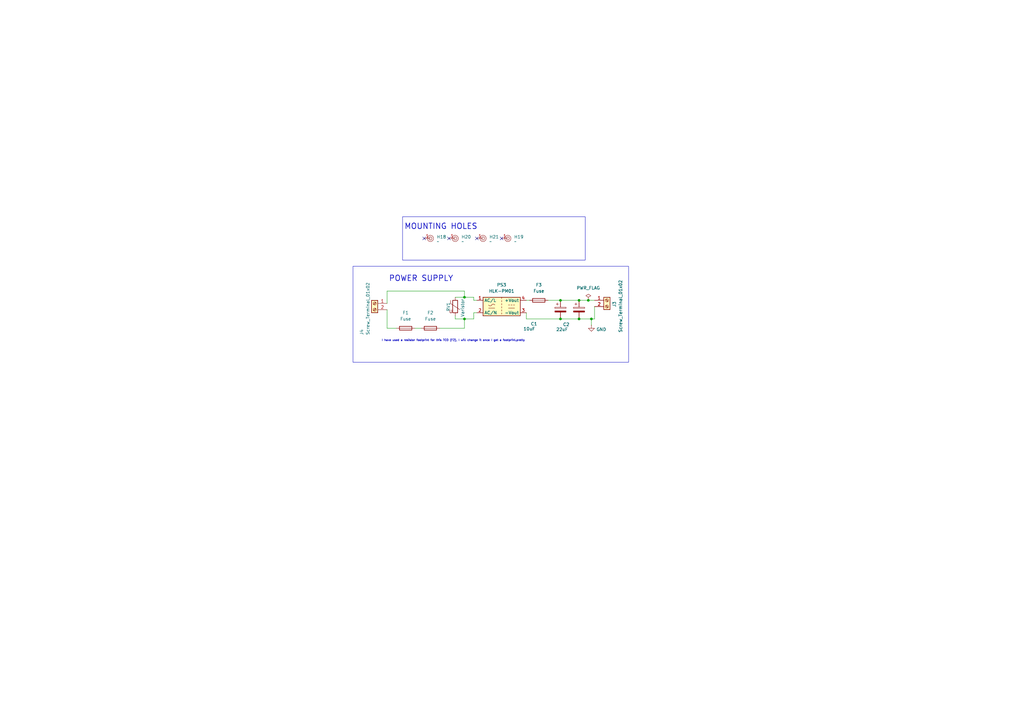
<source format=kicad_sch>
(kicad_sch
	(version 20231120)
	(generator "eeschema")
	(generator_version "8.0")
	(uuid "5de700dc-ad42-4ea0-8131-03ad697d585b")
	(paper "A3")
	(title_block
		(title "Drishtikon ")
		(rev "v01")
		(comment 2 "creativecommons.org/licenses/by/4.0/")
		(comment 3 "License: CC by 4.0")
		(comment 4 "Author: ")
	)
	(lib_symbols
		(symbol "Connector:Screw_Terminal_01x02"
			(pin_names
				(offset 1.016) hide)
			(exclude_from_sim no)
			(in_bom yes)
			(on_board yes)
			(property "Reference" "J"
				(at 0 2.54 0)
				(effects
					(font
						(size 1.27 1.27)
					)
				)
			)
			(property "Value" "Screw_Terminal_01x02"
				(at 0 -5.08 0)
				(effects
					(font
						(size 1.27 1.27)
					)
				)
			)
			(property "Footprint" ""
				(at 0 0 0)
				(effects
					(font
						(size 1.27 1.27)
					)
					(hide yes)
				)
			)
			(property "Datasheet" "~"
				(at 0 0 0)
				(effects
					(font
						(size 1.27 1.27)
					)
					(hide yes)
				)
			)
			(property "Description" "Generic screw terminal, single row, 01x02, script generated (kicad-library-utils/schlib/autogen/connector/)"
				(at 0 0 0)
				(effects
					(font
						(size 1.27 1.27)
					)
					(hide yes)
				)
			)
			(property "ki_keywords" "screw terminal"
				(at 0 0 0)
				(effects
					(font
						(size 1.27 1.27)
					)
					(hide yes)
				)
			)
			(property "ki_fp_filters" "TerminalBlock*:*"
				(at 0 0 0)
				(effects
					(font
						(size 1.27 1.27)
					)
					(hide yes)
				)
			)
			(symbol "Screw_Terminal_01x02_1_1"
				(rectangle
					(start -1.27 1.27)
					(end 1.27 -3.81)
					(stroke
						(width 0.254)
						(type default)
					)
					(fill
						(type background)
					)
				)
				(circle
					(center 0 -2.54)
					(radius 0.635)
					(stroke
						(width 0.1524)
						(type default)
					)
					(fill
						(type none)
					)
				)
				(polyline
					(pts
						(xy -0.5334 -2.2098) (xy 0.3302 -3.048)
					)
					(stroke
						(width 0.1524)
						(type default)
					)
					(fill
						(type none)
					)
				)
				(polyline
					(pts
						(xy -0.5334 0.3302) (xy 0.3302 -0.508)
					)
					(stroke
						(width 0.1524)
						(type default)
					)
					(fill
						(type none)
					)
				)
				(polyline
					(pts
						(xy -0.3556 -2.032) (xy 0.508 -2.8702)
					)
					(stroke
						(width 0.1524)
						(type default)
					)
					(fill
						(type none)
					)
				)
				(polyline
					(pts
						(xy -0.3556 0.508) (xy 0.508 -0.3302)
					)
					(stroke
						(width 0.1524)
						(type default)
					)
					(fill
						(type none)
					)
				)
				(circle
					(center 0 0)
					(radius 0.635)
					(stroke
						(width 0.1524)
						(type default)
					)
					(fill
						(type none)
					)
				)
				(pin passive line
					(at -5.08 0 0)
					(length 3.81)
					(name "Pin_1"
						(effects
							(font
								(size 1.27 1.27)
							)
						)
					)
					(number "1"
						(effects
							(font
								(size 1.27 1.27)
							)
						)
					)
				)
				(pin passive line
					(at -5.08 -2.54 0)
					(length 3.81)
					(name "Pin_2"
						(effects
							(font
								(size 1.27 1.27)
							)
						)
					)
					(number "2"
						(effects
							(font
								(size 1.27 1.27)
							)
						)
					)
				)
			)
		)
		(symbol "Converter_ACDC:HLK-PM01"
			(exclude_from_sim no)
			(in_bom yes)
			(on_board yes)
			(property "Reference" "PS"
				(at 0 5.08 0)
				(effects
					(font
						(size 1.27 1.27)
					)
				)
			)
			(property "Value" "HLK-PM01"
				(at 0 -5.08 0)
				(effects
					(font
						(size 1.27 1.27)
					)
				)
			)
			(property "Footprint" "Converter_ACDC:Converter_ACDC_Hi-Link_HLK-PMxx"
				(at 0 -7.62 0)
				(effects
					(font
						(size 1.27 1.27)
					)
					(hide yes)
				)
			)
			(property "Datasheet" "https://h.hlktech.com/download/ACDC%E7%94%B5%E6%BA%90%E6%A8%A1%E5%9D%973W%E7%B3%BB%E5%88%97/1/%E6%B5%B7%E5%87%8C%E7%A7%913W%E7%B3%BB%E5%88%97%E7%94%B5%E6%BA%90%E6%A8%A1%E5%9D%97%E8%A7%84%E6%A0%BC%E4%B9%A6V2.8.pdf"
				(at 10.16 -8.89 0)
				(effects
					(font
						(size 1.27 1.27)
					)
					(hide yes)
				)
			)
			(property "Description" "Compact AC/DC board mount power module 3W 5V"
				(at 0 0 0)
				(effects
					(font
						(size 1.27 1.27)
					)
					(hide yes)
				)
			)
			(property "ki_keywords" "AC/DC module power supply"
				(at 0 0 0)
				(effects
					(font
						(size 1.27 1.27)
					)
					(hide yes)
				)
			)
			(property "ki_fp_filters" "Converter*ACDC*Hi?Link*HLK?PM*"
				(at 0 0 0)
				(effects
					(font
						(size 1.27 1.27)
					)
					(hide yes)
				)
			)
			(symbol "HLK-PM01_0_1"
				(rectangle
					(start -7.62 3.81)
					(end 7.62 -3.81)
					(stroke
						(width 0.254)
						(type default)
					)
					(fill
						(type background)
					)
				)
				(arc
					(start -5.334 0.635)
					(mid -4.699 0.2495)
					(end -4.064 0.635)
					(stroke
						(width 0)
						(type default)
					)
					(fill
						(type none)
					)
				)
				(arc
					(start -2.794 0.635)
					(mid -3.429 1.0072)
					(end -4.064 0.635)
					(stroke
						(width 0)
						(type default)
					)
					(fill
						(type none)
					)
				)
				(polyline
					(pts
						(xy -5.334 -0.635) (xy -2.794 -0.635)
					)
					(stroke
						(width 0)
						(type default)
					)
					(fill
						(type none)
					)
				)
				(polyline
					(pts
						(xy 0 -2.54) (xy 0 -3.175)
					)
					(stroke
						(width 0)
						(type default)
					)
					(fill
						(type none)
					)
				)
				(polyline
					(pts
						(xy 0 -1.27) (xy 0 -1.905)
					)
					(stroke
						(width 0)
						(type default)
					)
					(fill
						(type none)
					)
				)
				(polyline
					(pts
						(xy 0 0) (xy 0 -0.635)
					)
					(stroke
						(width 0)
						(type default)
					)
					(fill
						(type none)
					)
				)
				(polyline
					(pts
						(xy 0 1.27) (xy 0 0.635)
					)
					(stroke
						(width 0)
						(type default)
					)
					(fill
						(type none)
					)
				)
				(polyline
					(pts
						(xy 0 2.54) (xy 0 1.905)
					)
					(stroke
						(width 0)
						(type default)
					)
					(fill
						(type none)
					)
				)
				(polyline
					(pts
						(xy 0 3.81) (xy 0 3.175)
					)
					(stroke
						(width 0)
						(type default)
					)
					(fill
						(type none)
					)
				)
				(polyline
					(pts
						(xy 2.794 -0.635) (xy 5.334 -0.635)
					)
					(stroke
						(width 0)
						(type default)
					)
					(fill
						(type none)
					)
				)
				(polyline
					(pts
						(xy 2.794 0.635) (xy 3.302 0.635)
					)
					(stroke
						(width 0)
						(type default)
					)
					(fill
						(type none)
					)
				)
				(polyline
					(pts
						(xy 3.81 0.635) (xy 4.318 0.635)
					)
					(stroke
						(width 0)
						(type default)
					)
					(fill
						(type none)
					)
				)
				(polyline
					(pts
						(xy 4.826 0.635) (xy 5.334 0.635)
					)
					(stroke
						(width 0)
						(type default)
					)
					(fill
						(type none)
					)
				)
			)
			(symbol "HLK-PM01_1_1"
				(pin power_in line
					(at -10.16 2.54 0)
					(length 2.54)
					(name "AC/L"
						(effects
							(font
								(size 1.27 1.27)
							)
						)
					)
					(number "1"
						(effects
							(font
								(size 1.27 1.27)
							)
						)
					)
				)
				(pin power_in line
					(at -10.16 -2.54 0)
					(length 2.54)
					(name "AC/N"
						(effects
							(font
								(size 1.27 1.27)
							)
						)
					)
					(number "2"
						(effects
							(font
								(size 1.27 1.27)
							)
						)
					)
				)
				(pin power_out line
					(at 10.16 -2.54 180)
					(length 2.54)
					(name "-Vout"
						(effects
							(font
								(size 1.27 1.27)
							)
						)
					)
					(number "3"
						(effects
							(font
								(size 1.27 1.27)
							)
						)
					)
				)
				(pin power_out line
					(at 10.16 2.54 180)
					(length 2.54)
					(name "+Vout"
						(effects
							(font
								(size 1.27 1.27)
							)
						)
					)
					(number "4"
						(effects
							(font
								(size 1.27 1.27)
							)
						)
					)
				)
			)
		)
		(symbol "Device:C_Polarized"
			(pin_numbers hide)
			(pin_names
				(offset 0.254)
			)
			(exclude_from_sim no)
			(in_bom yes)
			(on_board yes)
			(property "Reference" "C"
				(at 0.635 2.54 0)
				(effects
					(font
						(size 1.27 1.27)
					)
					(justify left)
				)
			)
			(property "Value" "C_Polarized"
				(at 0.635 -2.54 0)
				(effects
					(font
						(size 1.27 1.27)
					)
					(justify left)
				)
			)
			(property "Footprint" ""
				(at 0.9652 -3.81 0)
				(effects
					(font
						(size 1.27 1.27)
					)
					(hide yes)
				)
			)
			(property "Datasheet" "~"
				(at 0 0 0)
				(effects
					(font
						(size 1.27 1.27)
					)
					(hide yes)
				)
			)
			(property "Description" "Polarized capacitor"
				(at 0 0 0)
				(effects
					(font
						(size 1.27 1.27)
					)
					(hide yes)
				)
			)
			(property "ki_keywords" "cap capacitor"
				(at 0 0 0)
				(effects
					(font
						(size 1.27 1.27)
					)
					(hide yes)
				)
			)
			(property "ki_fp_filters" "CP_*"
				(at 0 0 0)
				(effects
					(font
						(size 1.27 1.27)
					)
					(hide yes)
				)
			)
			(symbol "C_Polarized_0_1"
				(rectangle
					(start -2.286 0.508)
					(end 2.286 1.016)
					(stroke
						(width 0)
						(type default)
					)
					(fill
						(type none)
					)
				)
				(polyline
					(pts
						(xy -1.778 2.286) (xy -0.762 2.286)
					)
					(stroke
						(width 0)
						(type default)
					)
					(fill
						(type none)
					)
				)
				(polyline
					(pts
						(xy -1.27 2.794) (xy -1.27 1.778)
					)
					(stroke
						(width 0)
						(type default)
					)
					(fill
						(type none)
					)
				)
				(rectangle
					(start 2.286 -0.508)
					(end -2.286 -1.016)
					(stroke
						(width 0)
						(type default)
					)
					(fill
						(type outline)
					)
				)
			)
			(symbol "C_Polarized_1_1"
				(pin passive line
					(at 0 3.81 270)
					(length 2.794)
					(name "~"
						(effects
							(font
								(size 1.27 1.27)
							)
						)
					)
					(number "1"
						(effects
							(font
								(size 1.27 1.27)
							)
						)
					)
				)
				(pin passive line
					(at 0 -3.81 90)
					(length 2.794)
					(name "~"
						(effects
							(font
								(size 1.27 1.27)
							)
						)
					)
					(number "2"
						(effects
							(font
								(size 1.27 1.27)
							)
						)
					)
				)
			)
		)
		(symbol "Device:Fuse"
			(pin_numbers hide)
			(pin_names
				(offset 0)
			)
			(exclude_from_sim no)
			(in_bom yes)
			(on_board yes)
			(property "Reference" "F"
				(at 2.032 0 90)
				(effects
					(font
						(size 1.27 1.27)
					)
				)
			)
			(property "Value" "Fuse"
				(at -1.905 0 90)
				(effects
					(font
						(size 1.27 1.27)
					)
				)
			)
			(property "Footprint" ""
				(at -1.778 0 90)
				(effects
					(font
						(size 1.27 1.27)
					)
					(hide yes)
				)
			)
			(property "Datasheet" "~"
				(at 0 0 0)
				(effects
					(font
						(size 1.27 1.27)
					)
					(hide yes)
				)
			)
			(property "Description" "Fuse"
				(at 0 0 0)
				(effects
					(font
						(size 1.27 1.27)
					)
					(hide yes)
				)
			)
			(property "ki_keywords" "fuse"
				(at 0 0 0)
				(effects
					(font
						(size 1.27 1.27)
					)
					(hide yes)
				)
			)
			(property "ki_fp_filters" "*Fuse*"
				(at 0 0 0)
				(effects
					(font
						(size 1.27 1.27)
					)
					(hide yes)
				)
			)
			(symbol "Fuse_0_1"
				(rectangle
					(start -0.762 -2.54)
					(end 0.762 2.54)
					(stroke
						(width 0.254)
						(type default)
					)
					(fill
						(type none)
					)
				)
				(polyline
					(pts
						(xy 0 2.54) (xy 0 -2.54)
					)
					(stroke
						(width 0)
						(type default)
					)
					(fill
						(type none)
					)
				)
			)
			(symbol "Fuse_1_1"
				(pin passive line
					(at 0 3.81 270)
					(length 1.27)
					(name "~"
						(effects
							(font
								(size 1.27 1.27)
							)
						)
					)
					(number "1"
						(effects
							(font
								(size 1.27 1.27)
							)
						)
					)
				)
				(pin passive line
					(at 0 -3.81 90)
					(length 1.27)
					(name "~"
						(effects
							(font
								(size 1.27 1.27)
							)
						)
					)
					(number "2"
						(effects
							(font
								(size 1.27 1.27)
							)
						)
					)
				)
			)
		)
		(symbol "Device:Varistor"
			(pin_numbers hide)
			(pin_names
				(offset 0)
			)
			(exclude_from_sim no)
			(in_bom yes)
			(on_board yes)
			(property "Reference" "RV"
				(at 3.175 0 90)
				(effects
					(font
						(size 1.27 1.27)
					)
				)
			)
			(property "Value" "Varistor"
				(at -3.175 0 90)
				(effects
					(font
						(size 1.27 1.27)
					)
				)
			)
			(property "Footprint" ""
				(at -1.778 0 90)
				(effects
					(font
						(size 1.27 1.27)
					)
					(hide yes)
				)
			)
			(property "Datasheet" "~"
				(at 0 0 0)
				(effects
					(font
						(size 1.27 1.27)
					)
					(hide yes)
				)
			)
			(property "Description" "Voltage dependent resistor"
				(at 0 0 0)
				(effects
					(font
						(size 1.27 1.27)
					)
					(hide yes)
				)
			)
			(property "Sim.Name" "kicad_builtin_varistor"
				(at 0 0 0)
				(effects
					(font
						(size 1.27 1.27)
					)
					(hide yes)
				)
			)
			(property "Sim.Device" "SUBCKT"
				(at 0 0 0)
				(effects
					(font
						(size 1.27 1.27)
					)
					(hide yes)
				)
			)
			(property "Sim.Pins" "1=A 2=B"
				(at 0 0 0)
				(effects
					(font
						(size 1.27 1.27)
					)
					(hide yes)
				)
			)
			(property "Sim.Params" "threshold=1k"
				(at 0 0 0)
				(effects
					(font
						(size 1.27 1.27)
					)
					(hide yes)
				)
			)
			(property "Sim.Library" "${KICAD7_SYMBOL_DIR}/Simulation_SPICE.sp"
				(at 0 0 0)
				(effects
					(font
						(size 1.27 1.27)
					)
					(hide yes)
				)
			)
			(property "ki_keywords" "VDR resistance"
				(at 0 0 0)
				(effects
					(font
						(size 1.27 1.27)
					)
					(hide yes)
				)
			)
			(property "ki_fp_filters" "RV_* Varistor*"
				(at 0 0 0)
				(effects
					(font
						(size 1.27 1.27)
					)
					(hide yes)
				)
			)
			(symbol "Varistor_0_0"
				(text "U"
					(at -1.778 -2.032 0)
					(effects
						(font
							(size 1.27 1.27)
						)
					)
				)
			)
			(symbol "Varistor_0_1"
				(rectangle
					(start -1.016 -2.54)
					(end 1.016 2.54)
					(stroke
						(width 0.254)
						(type default)
					)
					(fill
						(type none)
					)
				)
				(polyline
					(pts
						(xy -1.905 2.54) (xy -1.905 1.27) (xy 1.905 -1.27)
					)
					(stroke
						(width 0)
						(type default)
					)
					(fill
						(type none)
					)
				)
			)
			(symbol "Varistor_1_1"
				(pin passive line
					(at 0 3.81 270)
					(length 1.27)
					(name "~"
						(effects
							(font
								(size 1.27 1.27)
							)
						)
					)
					(number "1"
						(effects
							(font
								(size 1.27 1.27)
							)
						)
					)
				)
				(pin passive line
					(at 0 -3.81 90)
					(length 1.27)
					(name "~"
						(effects
							(font
								(size 1.27 1.27)
							)
						)
					)
					(number "2"
						(effects
							(font
								(size 1.27 1.27)
							)
						)
					)
				)
			)
		)
		(symbol "PCM_JLCPCB-Manufacturing:Mounting Hole, 3mm, Via Stiched"
			(exclude_from_sim no)
			(in_bom yes)
			(on_board yes)
			(property "Reference" "H"
				(at 2.286 0 0)
				(effects
					(font
						(size 1.27 1.27)
					)
				)
			)
			(property "Value" ""
				(at 0 0 0)
				(effects
					(font
						(size 1.27 1.27)
					)
				)
			)
			(property "Footprint" "PCM_JLCPCB:Hole, 3mm"
				(at 0 0 0)
				(effects
					(font
						(size 1.27 1.27)
					)
					(hide yes)
				)
			)
			(property "Datasheet" ""
				(at 0 0 0)
				(effects
					(font
						(size 1.27 1.27)
					)
					(hide yes)
				)
			)
			(property "Description" ""
				(at 0 0 0)
				(effects
					(font
						(size 1.27 1.27)
					)
					(hide yes)
				)
			)
			(symbol "Mounting Hole, 3mm, Via Stiched_0_1"
				(circle
					(center 0 0)
					(radius 0.635)
					(stroke
						(width 0)
						(type default)
					)
					(fill
						(type none)
					)
				)
				(circle
					(center 0 0)
					(radius 1.27)
					(stroke
						(width 0)
						(type default)
					)
					(fill
						(type none)
					)
				)
			)
			(symbol "Mounting Hole, 3mm, Via Stiched_1_1"
				(pin passive line
					(at -2.54 0 0)
					(length 2.54)
					(name ""
						(effects
							(font
								(size 1.27 1.27)
							)
						)
					)
					(number "1"
						(effects
							(font
								(size 1.27 1.27)
							)
						)
					)
				)
			)
		)
		(symbol "power:GND"
			(power)
			(pin_numbers hide)
			(pin_names
				(offset 0) hide)
			(exclude_from_sim no)
			(in_bom yes)
			(on_board yes)
			(property "Reference" "#PWR"
				(at 0 -6.35 0)
				(effects
					(font
						(size 1.27 1.27)
					)
					(hide yes)
				)
			)
			(property "Value" "GND"
				(at 0 -3.81 0)
				(effects
					(font
						(size 1.27 1.27)
					)
				)
			)
			(property "Footprint" ""
				(at 0 0 0)
				(effects
					(font
						(size 1.27 1.27)
					)
					(hide yes)
				)
			)
			(property "Datasheet" ""
				(at 0 0 0)
				(effects
					(font
						(size 1.27 1.27)
					)
					(hide yes)
				)
			)
			(property "Description" "Power symbol creates a global label with name \"GND\" , ground"
				(at 0 0 0)
				(effects
					(font
						(size 1.27 1.27)
					)
					(hide yes)
				)
			)
			(property "ki_keywords" "global power"
				(at 0 0 0)
				(effects
					(font
						(size 1.27 1.27)
					)
					(hide yes)
				)
			)
			(symbol "GND_0_1"
				(polyline
					(pts
						(xy 0 0) (xy 0 -1.27) (xy 1.27 -1.27) (xy 0 -2.54) (xy -1.27 -1.27) (xy 0 -1.27)
					)
					(stroke
						(width 0)
						(type default)
					)
					(fill
						(type none)
					)
				)
			)
			(symbol "GND_1_1"
				(pin power_in line
					(at 0 0 270)
					(length 0)
					(name "~"
						(effects
							(font
								(size 1.27 1.27)
							)
						)
					)
					(number "1"
						(effects
							(font
								(size 1.27 1.27)
							)
						)
					)
				)
			)
		)
		(symbol "power:PWR_FLAG"
			(power)
			(pin_numbers hide)
			(pin_names
				(offset 0) hide)
			(exclude_from_sim no)
			(in_bom yes)
			(on_board yes)
			(property "Reference" "#FLG"
				(at 0 1.905 0)
				(effects
					(font
						(size 1.27 1.27)
					)
					(hide yes)
				)
			)
			(property "Value" "PWR_FLAG"
				(at 0 3.81 0)
				(effects
					(font
						(size 1.27 1.27)
					)
				)
			)
			(property "Footprint" ""
				(at 0 0 0)
				(effects
					(font
						(size 1.27 1.27)
					)
					(hide yes)
				)
			)
			(property "Datasheet" "~"
				(at 0 0 0)
				(effects
					(font
						(size 1.27 1.27)
					)
					(hide yes)
				)
			)
			(property "Description" "Special symbol for telling ERC where power comes from"
				(at 0 0 0)
				(effects
					(font
						(size 1.27 1.27)
					)
					(hide yes)
				)
			)
			(property "ki_keywords" "flag power"
				(at 0 0 0)
				(effects
					(font
						(size 1.27 1.27)
					)
					(hide yes)
				)
			)
			(symbol "PWR_FLAG_0_0"
				(pin power_out line
					(at 0 0 90)
					(length 0)
					(name "~"
						(effects
							(font
								(size 1.27 1.27)
							)
						)
					)
					(number "1"
						(effects
							(font
								(size 1.27 1.27)
							)
						)
					)
				)
			)
			(symbol "PWR_FLAG_0_1"
				(polyline
					(pts
						(xy 0 0) (xy 0 1.27) (xy -1.016 1.905) (xy 0 2.54) (xy 1.016 1.905) (xy 0 1.27)
					)
					(stroke
						(width 0)
						(type default)
					)
					(fill
						(type none)
					)
				)
			)
		)
	)
	(junction
		(at 229.87 130.81)
		(diameter 0)
		(color 0 0 0 0)
		(uuid "3be94dbb-3ba9-489b-93a6-3f56719549d4")
	)
	(junction
		(at 229.87 123.19)
		(diameter 0)
		(color 0 0 0 0)
		(uuid "63c1344d-5a2d-4bf8-86b4-62d9b223f208")
	)
	(junction
		(at 237.49 123.19)
		(diameter 0)
		(color 0 0 0 0)
		(uuid "73d98cac-4a8c-4e64-8722-75738d75ff2c")
	)
	(junction
		(at 190.5 130.81)
		(diameter 0)
		(color 0 0 0 0)
		(uuid "86f15199-24c8-4774-bcb8-156fd77b603c")
	)
	(junction
		(at 241.3 123.19)
		(diameter 0)
		(color 0 0 0 0)
		(uuid "8b2fd53a-84c7-4fa1-ad76-2a3ec92c57a2")
	)
	(junction
		(at 190.5 121.92)
		(diameter 0)
		(color 0 0 0 0)
		(uuid "cc3b951a-9fc6-4b17-a03f-a4ada715b1e2")
	)
	(junction
		(at 237.49 130.81)
		(diameter 0)
		(color 0 0 0 0)
		(uuid "de3cc4dd-9582-42bc-9a48-7c0858e012ce")
	)
	(junction
		(at 242.57 130.81)
		(diameter 0)
		(color 0 0 0 0)
		(uuid "fbfe2d5d-ad7d-4822-ab5a-853888157fe6")
	)
	(no_connect
		(at 184.15 97.79)
		(uuid "1ef8a24a-5221-4d0e-86ae-1158073f705f")
	)
	(no_connect
		(at 173.99 97.79)
		(uuid "ba9efee9-d4b0-4acb-8535-fee34254d9e3")
	)
	(no_connect
		(at 195.58 97.79)
		(uuid "c10926ae-c6bd-44a9-b0a8-75da8e25e490")
	)
	(no_connect
		(at 205.74 97.79)
		(uuid "ea4ae550-015d-402d-a1ef-7de3b1643c40")
	)
	(wire
		(pts
			(xy 186.69 129.54) (xy 186.69 130.81)
		)
		(stroke
			(width 0)
			(type default)
		)
		(uuid "034ab165-0061-44c9-9691-2b910c19d1fe")
	)
	(wire
		(pts
			(xy 195.58 123.19) (xy 194.31 123.19)
		)
		(stroke
			(width 0)
			(type default)
		)
		(uuid "04467012-5516-4506-b8cb-0a216cf36e9f")
	)
	(wire
		(pts
			(xy 243.84 125.73) (xy 243.84 130.81)
		)
		(stroke
			(width 0)
			(type default)
		)
		(uuid "09878db8-12ff-4de4-9705-ee1bdff605fc")
	)
	(wire
		(pts
			(xy 243.84 130.81) (xy 242.57 130.81)
		)
		(stroke
			(width 0)
			(type default)
		)
		(uuid "17b7f255-c97c-4518-8134-8cb8ef980f96")
	)
	(wire
		(pts
			(xy 229.87 130.81) (xy 237.49 130.81)
		)
		(stroke
			(width 0)
			(type default)
		)
		(uuid "19b170d6-9d14-4b55-8c50-0a9fd5ad2a57")
	)
	(wire
		(pts
			(xy 237.49 123.19) (xy 241.3 123.19)
		)
		(stroke
			(width 0)
			(type default)
		)
		(uuid "1a909d56-221e-4f8c-b055-a31d77a121bb")
	)
	(wire
		(pts
			(xy 158.75 119.38) (xy 190.5 119.38)
		)
		(stroke
			(width 0)
			(type default)
		)
		(uuid "1f033f7e-6601-428b-aa4a-7198329fe264")
	)
	(wire
		(pts
			(xy 194.31 121.92) (xy 190.5 121.92)
		)
		(stroke
			(width 0)
			(type default)
		)
		(uuid "1fd61951-7875-46e0-ab49-af7bc1044559")
	)
	(wire
		(pts
			(xy 242.57 133.35) (xy 242.57 130.81)
		)
		(stroke
			(width 0)
			(type default)
		)
		(uuid "210eb6ad-39a6-41d4-bd5d-336206d44d44")
	)
	(wire
		(pts
			(xy 237.49 130.81) (xy 242.57 130.81)
		)
		(stroke
			(width 0)
			(type default)
		)
		(uuid "2314acb0-053c-4f72-a0eb-1528812b424f")
	)
	(wire
		(pts
			(xy 194.31 128.27) (xy 195.58 128.27)
		)
		(stroke
			(width 0)
			(type default)
		)
		(uuid "25fcff8c-6871-4f05-893b-ee4e7ead3022")
	)
	(wire
		(pts
			(xy 158.75 134.62) (xy 162.56 134.62)
		)
		(stroke
			(width 0)
			(type default)
		)
		(uuid "2d3dd6f1-628a-4928-9ea5-4be67e118b5b")
	)
	(wire
		(pts
			(xy 190.5 119.38) (xy 190.5 121.92)
		)
		(stroke
			(width 0)
			(type default)
		)
		(uuid "3b86bcb6-9dd6-463f-9d74-bd50b244cc4e")
	)
	(wire
		(pts
			(xy 180.34 134.62) (xy 190.5 134.62)
		)
		(stroke
			(width 0)
			(type default)
		)
		(uuid "5a6715ab-d6f6-4170-bc40-84f3337b3b47")
	)
	(wire
		(pts
			(xy 158.75 124.46) (xy 158.75 119.38)
		)
		(stroke
			(width 0)
			(type default)
		)
		(uuid "6b85f30d-cf64-43ff-a85b-436b603899ed")
	)
	(wire
		(pts
			(xy 194.31 123.19) (xy 194.31 121.92)
		)
		(stroke
			(width 0)
			(type default)
		)
		(uuid "72c5fa31-4fb5-4135-bfd7-b99a6f45cd1e")
	)
	(wire
		(pts
			(xy 215.9 130.81) (xy 215.9 128.27)
		)
		(stroke
			(width 0)
			(type default)
		)
		(uuid "7af83a1e-a0ed-4bd6-822a-b120bbb694f2")
	)
	(wire
		(pts
			(xy 229.87 123.19) (xy 237.49 123.19)
		)
		(stroke
			(width 0)
			(type default)
		)
		(uuid "7e0e33b8-113f-4d2a-9cd2-8c89fd5ac621")
	)
	(wire
		(pts
			(xy 215.9 123.19) (xy 217.17 123.19)
		)
		(stroke
			(width 0)
			(type default)
		)
		(uuid "82a7659f-2c4f-4569-9b99-32d497b3d91d")
	)
	(wire
		(pts
			(xy 158.75 127) (xy 158.75 134.62)
		)
		(stroke
			(width 0)
			(type default)
		)
		(uuid "91eb8cfb-c0a8-4710-91f2-2a43a0ef136a")
	)
	(wire
		(pts
			(xy 215.9 130.81) (xy 229.87 130.81)
		)
		(stroke
			(width 0)
			(type default)
		)
		(uuid "9359fd34-cde0-446b-8404-757ca1c71d5b")
	)
	(wire
		(pts
			(xy 170.18 134.62) (xy 172.72 134.62)
		)
		(stroke
			(width 0)
			(type default)
		)
		(uuid "b6484f52-3d3f-4a0a-baba-9ad703b66048")
	)
	(wire
		(pts
			(xy 190.5 130.81) (xy 194.31 130.81)
		)
		(stroke
			(width 0)
			(type default)
		)
		(uuid "b6b04c1c-358e-4e36-93d1-9dc8c8b14f3d")
	)
	(wire
		(pts
			(xy 186.69 130.81) (xy 190.5 130.81)
		)
		(stroke
			(width 0)
			(type default)
		)
		(uuid "c4f90897-cb0f-4818-88f5-2eae6800d898")
	)
	(wire
		(pts
			(xy 194.31 130.81) (xy 194.31 128.27)
		)
		(stroke
			(width 0)
			(type default)
		)
		(uuid "c5c8c04b-e626-4c63-95da-ef8610fc2cce")
	)
	(wire
		(pts
			(xy 224.79 123.19) (xy 229.87 123.19)
		)
		(stroke
			(width 0)
			(type default)
		)
		(uuid "ce80fcc5-68e4-43cf-8db3-6944dd14bce9")
	)
	(wire
		(pts
			(xy 241.3 123.19) (xy 243.84 123.19)
		)
		(stroke
			(width 0)
			(type default)
		)
		(uuid "d724e1ff-9c17-41b0-bcae-3bd8148bbefe")
	)
	(wire
		(pts
			(xy 190.5 134.62) (xy 190.5 130.81)
		)
		(stroke
			(width 0)
			(type default)
		)
		(uuid "e70533bf-ee09-4671-aa1c-9f1c391d16ba")
	)
	(wire
		(pts
			(xy 186.69 121.92) (xy 190.5 121.92)
		)
		(stroke
			(width 0)
			(type default)
		)
		(uuid "e754b7fd-fb61-4593-87d6-7426e461d361")
	)
	(rectangle
		(start 144.78 109.22)
		(end 257.81 148.59)
		(stroke
			(width 0)
			(type default)
		)
		(fill
			(type none)
		)
		(uuid 6a1db4bb-be99-42db-9bd3-03b73b439b1f)
	)
	(rectangle
		(start 165.1 88.9)
		(end 240.03 106.68)
		(stroke
			(width 0)
			(type default)
		)
		(fill
			(type none)
		)
		(uuid b6ab96cd-066b-4a25-9934-09a6bd5c0b52)
	)
	(text "I have used a resistor footprint for this TCO (F2), I will change it once I get a footprint.pretty"
		(exclude_from_sim no)
		(at 185.928 139.7 0)
		(effects
			(font
				(size 0.8 0.8)
			)
		)
		(uuid "56fe7114-e68b-4e91-b2a1-f25c6ee76db8")
	)
	(text "POWER SUPPLY"
		(exclude_from_sim no)
		(at 172.72 114.3 0)
		(effects
			(font
				(face "KiCad Font")
				(size 2.27 2.27)
				(thickness 0.254)
				(bold yes)
			)
		)
		(uuid "6912aa4c-225c-4990-ba67-beeb5e387a11")
	)
	(text "MOUNTING HOLES"
		(exclude_from_sim no)
		(at 180.848 92.964 0)
		(effects
			(font
				(face "KiCad Font")
				(size 2.27 2.27)
				(thickness 0.254)
				(bold yes)
			)
		)
		(uuid "6cf1b3cf-6766-4a1b-8232-3557a04988ba")
	)
	(symbol
		(lib_id "PCM_JLCPCB-Manufacturing:Mounting Hole, 3mm, Via Stiched")
		(at 186.69 97.79 0)
		(unit 1)
		(exclude_from_sim no)
		(in_bom yes)
		(on_board yes)
		(dnp no)
		(fields_autoplaced yes)
		(uuid "033a853b-6b35-4e19-9d16-20b0e22dd282")
		(property "Reference" "H20"
			(at 189.23 97.1549 0)
			(effects
				(font
					(size 1.27 1.27)
				)
				(justify left)
			)
		)
		(property "Value" "~"
			(at 189.23 99.06 0)
			(effects
				(font
					(size 1.27 1.27)
				)
				(justify left)
			)
		)
		(property "Footprint" "PCM_JLCPCB:Hole, 3mm"
			(at 186.69 97.79 0)
			(effects
				(font
					(size 1.27 1.27)
				)
				(hide yes)
			)
		)
		(property "Datasheet" ""
			(at 186.69 97.79 0)
			(effects
				(font
					(size 1.27 1.27)
				)
				(hide yes)
			)
		)
		(property "Description" ""
			(at 186.69 97.79 0)
			(effects
				(font
					(size 1.27 1.27)
				)
				(hide yes)
			)
		)
		(property "Availability" ""
			(at 186.69 97.79 0)
			(effects
				(font
					(size 1.27 1.27)
				)
				(hide yes)
			)
		)
		(property "Check_prices" ""
			(at 186.69 97.79 0)
			(effects
				(font
					(size 1.27 1.27)
				)
				(hide yes)
			)
		)
		(property "Description_1" ""
			(at 186.69 97.79 0)
			(effects
				(font
					(size 1.27 1.27)
				)
				(hide yes)
			)
		)
		(property "MF" ""
			(at 186.69 97.79 0)
			(effects
				(font
					(size 1.27 1.27)
				)
				(hide yes)
			)
		)
		(property "MP" ""
			(at 186.69 97.79 0)
			(effects
				(font
					(size 1.27 1.27)
				)
				(hide yes)
			)
		)
		(property "Package" ""
			(at 186.69 97.79 0)
			(effects
				(font
					(size 1.27 1.27)
				)
				(hide yes)
			)
		)
		(property "SnapEDA_Link" ""
			(at 186.69 97.79 0)
			(effects
				(font
					(size 1.27 1.27)
				)
				(hide yes)
			)
		)
		(pin "1"
			(uuid "3fee0cd2-d6a9-4b3b-a7c8-cd37ef92a05a")
		)
		(instances
			(project "Detcard_project"
				(path "/5de700dc-ad42-4ea0-8131-03ad697d585b"
					(reference "H20")
					(unit 1)
				)
			)
		)
	)
	(symbol
		(lib_id "PCM_JLCPCB-Manufacturing:Mounting Hole, 3mm, Via Stiched")
		(at 208.28 97.79 0)
		(unit 1)
		(exclude_from_sim no)
		(in_bom yes)
		(on_board yes)
		(dnp no)
		(fields_autoplaced yes)
		(uuid "248c74da-835f-4a7b-a575-0fb9ac9619c8")
		(property "Reference" "H19"
			(at 210.82 97.1549 0)
			(effects
				(font
					(size 1.27 1.27)
				)
				(justify left)
			)
		)
		(property "Value" "~"
			(at 210.82 99.06 0)
			(effects
				(font
					(size 1.27 1.27)
				)
				(justify left)
			)
		)
		(property "Footprint" "PCM_JLCPCB:Hole, 3mm"
			(at 208.28 97.79 0)
			(effects
				(font
					(size 1.27 1.27)
				)
				(hide yes)
			)
		)
		(property "Datasheet" ""
			(at 208.28 97.79 0)
			(effects
				(font
					(size 1.27 1.27)
				)
				(hide yes)
			)
		)
		(property "Description" ""
			(at 208.28 97.79 0)
			(effects
				(font
					(size 1.27 1.27)
				)
				(hide yes)
			)
		)
		(property "Availability" ""
			(at 208.28 97.79 0)
			(effects
				(font
					(size 1.27 1.27)
				)
				(hide yes)
			)
		)
		(property "Check_prices" ""
			(at 208.28 97.79 0)
			(effects
				(font
					(size 1.27 1.27)
				)
				(hide yes)
			)
		)
		(property "Description_1" ""
			(at 208.28 97.79 0)
			(effects
				(font
					(size 1.27 1.27)
				)
				(hide yes)
			)
		)
		(property "MF" ""
			(at 208.28 97.79 0)
			(effects
				(font
					(size 1.27 1.27)
				)
				(hide yes)
			)
		)
		(property "MP" ""
			(at 208.28 97.79 0)
			(effects
				(font
					(size 1.27 1.27)
				)
				(hide yes)
			)
		)
		(property "Package" ""
			(at 208.28 97.79 0)
			(effects
				(font
					(size 1.27 1.27)
				)
				(hide yes)
			)
		)
		(property "SnapEDA_Link" ""
			(at 208.28 97.79 0)
			(effects
				(font
					(size 1.27 1.27)
				)
				(hide yes)
			)
		)
		(pin "1"
			(uuid "4278d873-5903-4784-b05c-7d3f5365ee47")
		)
		(instances
			(project "Detcard_project"
				(path "/5de700dc-ad42-4ea0-8131-03ad697d585b"
					(reference "H19")
					(unit 1)
				)
			)
		)
	)
	(symbol
		(lib_id "Device:Varistor")
		(at 186.69 125.73 0)
		(unit 1)
		(exclude_from_sim no)
		(in_bom yes)
		(on_board yes)
		(dnp no)
		(uuid "4077f50d-75b2-4384-b8f8-1817cf142193")
		(property "Reference" "RV1"
			(at 183.896 127.762 90)
			(effects
				(font
					(size 1.27 1.27)
				)
				(justify left)
			)
		)
		(property "Value" "Varistor"
			(at 189.738 130.048 90)
			(effects
				(font
					(size 1.27 1.27)
				)
				(justify left)
			)
		)
		(property "Footprint" "Varistor:RV_Disc_D12mm_W3.9mm_P7.5mm"
			(at 184.912 125.73 90)
			(effects
				(font
					(size 1.27 1.27)
				)
				(hide yes)
			)
		)
		(property "Datasheet" "~"
			(at 186.69 125.73 0)
			(effects
				(font
					(size 1.27 1.27)
				)
				(hide yes)
			)
		)
		(property "Description" "Voltage dependent resistor"
			(at 186.69 125.73 0)
			(effects
				(font
					(size 1.27 1.27)
				)
				(hide yes)
			)
		)
		(property "Sim.Name" "kicad_builtin_varistor"
			(at 186.69 125.73 0)
			(effects
				(font
					(size 1.27 1.27)
				)
				(hide yes)
			)
		)
		(property "Sim.Device" "SUBCKT"
			(at 186.69 125.73 0)
			(effects
				(font
					(size 1.27 1.27)
				)
				(hide yes)
			)
		)
		(property "Sim.Pins" "1=A 2=B"
			(at 186.69 125.73 0)
			(effects
				(font
					(size 1.27 1.27)
				)
				(hide yes)
			)
		)
		(property "Sim.Params" "threshold=1k"
			(at 186.69 125.73 0)
			(effects
				(font
					(size 1.27 1.27)
				)
				(hide yes)
			)
		)
		(property "Sim.Library" "${KICAD7_SYMBOL_DIR}/Simulation_SPICE.sp"
			(at 186.69 125.73 0)
			(effects
				(font
					(size 1.27 1.27)
				)
				(hide yes)
			)
		)
		(property "Availability" ""
			(at 186.69 125.73 0)
			(effects
				(font
					(size 1.27 1.27)
				)
				(hide yes)
			)
		)
		(property "Check_prices" ""
			(at 186.69 125.73 0)
			(effects
				(font
					(size 1.27 1.27)
				)
				(hide yes)
			)
		)
		(property "Description_1" ""
			(at 186.69 125.73 0)
			(effects
				(font
					(size 1.27 1.27)
				)
				(hide yes)
			)
		)
		(property "MF" ""
			(at 186.69 125.73 0)
			(effects
				(font
					(size 1.27 1.27)
				)
				(hide yes)
			)
		)
		(property "MP" ""
			(at 186.69 125.73 0)
			(effects
				(font
					(size 1.27 1.27)
				)
				(hide yes)
			)
		)
		(property "Package" ""
			(at 186.69 125.73 0)
			(effects
				(font
					(size 1.27 1.27)
				)
				(hide yes)
			)
		)
		(property "SnapEDA_Link" ""
			(at 186.69 125.73 0)
			(effects
				(font
					(size 1.27 1.27)
				)
				(hide yes)
			)
		)
		(pin "2"
			(uuid "7ba52e2c-8d79-4577-abca-93add1fe5c74")
		)
		(pin "1"
			(uuid "2e5a47b7-f442-45ec-9ec8-4e6de2c1b78e")
		)
		(instances
			(project ""
				(path "/5de700dc-ad42-4ea0-8131-03ad697d585b"
					(reference "RV1")
					(unit 1)
				)
			)
		)
	)
	(symbol
		(lib_id "PCM_JLCPCB-Manufacturing:Mounting Hole, 3mm, Via Stiched")
		(at 176.53 97.79 0)
		(unit 1)
		(exclude_from_sim no)
		(in_bom yes)
		(on_board yes)
		(dnp no)
		(fields_autoplaced yes)
		(uuid "410961a4-47ef-4bca-8fc3-8e7752f03c7e")
		(property "Reference" "H18"
			(at 179.07 97.1549 0)
			(effects
				(font
					(size 1.27 1.27)
				)
				(justify left)
			)
		)
		(property "Value" "~"
			(at 179.07 99.06 0)
			(effects
				(font
					(size 1.27 1.27)
				)
				(justify left)
			)
		)
		(property "Footprint" "PCM_JLCPCB:Hole, 3mm"
			(at 176.53 97.79 0)
			(effects
				(font
					(size 1.27 1.27)
				)
				(hide yes)
			)
		)
		(property "Datasheet" ""
			(at 176.53 97.79 0)
			(effects
				(font
					(size 1.27 1.27)
				)
				(hide yes)
			)
		)
		(property "Description" ""
			(at 176.53 97.79 0)
			(effects
				(font
					(size 1.27 1.27)
				)
				(hide yes)
			)
		)
		(property "Availability" ""
			(at 176.53 97.79 0)
			(effects
				(font
					(size 1.27 1.27)
				)
				(hide yes)
			)
		)
		(property "Check_prices" ""
			(at 176.53 97.79 0)
			(effects
				(font
					(size 1.27 1.27)
				)
				(hide yes)
			)
		)
		(property "Description_1" ""
			(at 176.53 97.79 0)
			(effects
				(font
					(size 1.27 1.27)
				)
				(hide yes)
			)
		)
		(property "MF" ""
			(at 176.53 97.79 0)
			(effects
				(font
					(size 1.27 1.27)
				)
				(hide yes)
			)
		)
		(property "MP" ""
			(at 176.53 97.79 0)
			(effects
				(font
					(size 1.27 1.27)
				)
				(hide yes)
			)
		)
		(property "Package" ""
			(at 176.53 97.79 0)
			(effects
				(font
					(size 1.27 1.27)
				)
				(hide yes)
			)
		)
		(property "SnapEDA_Link" ""
			(at 176.53 97.79 0)
			(effects
				(font
					(size 1.27 1.27)
				)
				(hide yes)
			)
		)
		(pin "1"
			(uuid "1aa55ef5-0848-4145-a5be-f3029bdcf4b1")
		)
		(instances
			(project "Detcard_project"
				(path "/5de700dc-ad42-4ea0-8131-03ad697d585b"
					(reference "H18")
					(unit 1)
				)
			)
		)
	)
	(symbol
		(lib_id "Device:C_Polarized")
		(at 229.87 127 0)
		(unit 1)
		(exclude_from_sim no)
		(in_bom yes)
		(on_board yes)
		(dnp no)
		(uuid "5f34e6a2-3ce3-4ea1-a287-1973294430ad")
		(property "Reference" "C1"
			(at 217.678 132.842 0)
			(effects
				(font
					(size 1.27 1.27)
				)
				(justify left)
			)
		)
		(property "Value" "10uF"
			(at 214.63 134.874 0)
			(effects
				(font
					(size 1.27 1.27)
				)
				(justify left)
			)
		)
		(property "Footprint" "Capacitor_THT:CP_Radial_D8.0mm_P3.50mm"
			(at 230.8352 130.81 0)
			(effects
				(font
					(size 1.27 1.27)
				)
				(hide yes)
			)
		)
		(property "Datasheet" "~"
			(at 229.87 127 0)
			(effects
				(font
					(size 1.27 1.27)
				)
				(hide yes)
			)
		)
		(property "Description" "Polarized capacitor"
			(at 229.87 127 0)
			(effects
				(font
					(size 1.27 1.27)
				)
				(hide yes)
			)
		)
		(pin "2"
			(uuid "2ff74f49-5247-4a6c-aaad-18891db6b708")
		)
		(pin "1"
			(uuid "6151121f-0ff9-4b43-85d8-86a87fd0984b")
		)
		(instances
			(project ""
				(path "/5de700dc-ad42-4ea0-8131-03ad697d585b"
					(reference "C1")
					(unit 1)
				)
			)
		)
	)
	(symbol
		(lib_id "power:PWR_FLAG")
		(at 241.3 123.19 0)
		(unit 1)
		(exclude_from_sim no)
		(in_bom yes)
		(on_board yes)
		(dnp no)
		(fields_autoplaced yes)
		(uuid "60f03609-e1ae-4a73-bc46-bda8f529c91b")
		(property "Reference" "#FLG01"
			(at 241.3 121.285 0)
			(effects
				(font
					(size 1.27 1.27)
				)
				(hide yes)
			)
		)
		(property "Value" "PWR_FLAG"
			(at 241.3 118.11 0)
			(effects
				(font
					(size 1.27 1.27)
				)
			)
		)
		(property "Footprint" ""
			(at 241.3 123.19 0)
			(effects
				(font
					(size 1.27 1.27)
				)
				(hide yes)
			)
		)
		(property "Datasheet" "~"
			(at 241.3 123.19 0)
			(effects
				(font
					(size 1.27 1.27)
				)
				(hide yes)
			)
		)
		(property "Description" "Special symbol for telling ERC where power comes from"
			(at 241.3 123.19 0)
			(effects
				(font
					(size 1.27 1.27)
				)
				(hide yes)
			)
		)
		(pin "1"
			(uuid "3a17aff8-5c6d-414a-bab1-b561d1b77055")
		)
		(instances
			(project ""
				(path "/5de700dc-ad42-4ea0-8131-03ad697d585b"
					(reference "#FLG01")
					(unit 1)
				)
			)
		)
	)
	(symbol
		(lib_id "PCM_JLCPCB-Manufacturing:Mounting Hole, 3mm, Via Stiched")
		(at 198.12 97.79 0)
		(unit 1)
		(exclude_from_sim no)
		(in_bom yes)
		(on_board yes)
		(dnp no)
		(fields_autoplaced yes)
		(uuid "68038ee0-1bf1-4012-895c-7a7c39d735f7")
		(property "Reference" "H21"
			(at 200.66 97.1549 0)
			(effects
				(font
					(size 1.27 1.27)
				)
				(justify left)
			)
		)
		(property "Value" "~"
			(at 200.66 99.06 0)
			(effects
				(font
					(size 1.27 1.27)
				)
				(justify left)
			)
		)
		(property "Footprint" "PCM_JLCPCB:Hole, 3mm"
			(at 198.12 97.79 0)
			(effects
				(font
					(size 1.27 1.27)
				)
				(hide yes)
			)
		)
		(property "Datasheet" ""
			(at 198.12 97.79 0)
			(effects
				(font
					(size 1.27 1.27)
				)
				(hide yes)
			)
		)
		(property "Description" ""
			(at 198.12 97.79 0)
			(effects
				(font
					(size 1.27 1.27)
				)
				(hide yes)
			)
		)
		(property "Availability" ""
			(at 198.12 97.79 0)
			(effects
				(font
					(size 1.27 1.27)
				)
				(hide yes)
			)
		)
		(property "Check_prices" ""
			(at 198.12 97.79 0)
			(effects
				(font
					(size 1.27 1.27)
				)
				(hide yes)
			)
		)
		(property "Description_1" ""
			(at 198.12 97.79 0)
			(effects
				(font
					(size 1.27 1.27)
				)
				(hide yes)
			)
		)
		(property "MF" ""
			(at 198.12 97.79 0)
			(effects
				(font
					(size 1.27 1.27)
				)
				(hide yes)
			)
		)
		(property "MP" ""
			(at 198.12 97.79 0)
			(effects
				(font
					(size 1.27 1.27)
				)
				(hide yes)
			)
		)
		(property "Package" ""
			(at 198.12 97.79 0)
			(effects
				(font
					(size 1.27 1.27)
				)
				(hide yes)
			)
		)
		(property "SnapEDA_Link" ""
			(at 198.12 97.79 0)
			(effects
				(font
					(size 1.27 1.27)
				)
				(hide yes)
			)
		)
		(pin "1"
			(uuid "782483ec-6723-4da7-9de6-cdd0422a7edb")
		)
		(instances
			(project "Detcard_project"
				(path "/5de700dc-ad42-4ea0-8131-03ad697d585b"
					(reference "H21")
					(unit 1)
				)
			)
		)
	)
	(symbol
		(lib_id "Device:C_Polarized")
		(at 237.49 127 0)
		(unit 1)
		(exclude_from_sim no)
		(in_bom yes)
		(on_board yes)
		(dnp no)
		(uuid "70a1d78a-3a97-42f2-b7af-f1f4c165efd4")
		(property "Reference" "C2"
			(at 230.886 133.096 0)
			(effects
				(font
					(size 1.27 1.27)
				)
				(justify left)
			)
		)
		(property "Value" "22uF"
			(at 228.092 135.128 0)
			(effects
				(font
					(size 1.27 1.27)
				)
				(justify left)
			)
		)
		(property "Footprint" "Capacitor_THT:CP_Radial_D8.0mm_P3.50mm"
			(at 238.4552 130.81 0)
			(effects
				(font
					(size 1.27 1.27)
				)
				(hide yes)
			)
		)
		(property "Datasheet" "~"
			(at 237.49 127 0)
			(effects
				(font
					(size 1.27 1.27)
				)
				(hide yes)
			)
		)
		(property "Description" "Polarized capacitor"
			(at 237.49 127 0)
			(effects
				(font
					(size 1.27 1.27)
				)
				(hide yes)
			)
		)
		(pin "2"
			(uuid "5a861eaa-4f21-4ef9-b52e-29e9ad4ee10e")
		)
		(pin "1"
			(uuid "9ede9033-146c-41f1-bbe6-df92b9cc171a")
		)
		(instances
			(project "Power_supply"
				(path "/5de700dc-ad42-4ea0-8131-03ad697d585b"
					(reference "C2")
					(unit 1)
				)
			)
		)
	)
	(symbol
		(lib_id "Device:Fuse")
		(at 220.98 123.19 90)
		(unit 1)
		(exclude_from_sim no)
		(in_bom yes)
		(on_board yes)
		(dnp no)
		(fields_autoplaced yes)
		(uuid "89f2a24e-035d-47ef-b6a9-c60528ebbcd9")
		(property "Reference" "F3"
			(at 220.98 116.84 90)
			(effects
				(font
					(size 1.27 1.27)
				)
			)
		)
		(property "Value" "Fuse"
			(at 220.98 119.38 90)
			(effects
				(font
					(size 1.27 1.27)
				)
			)
		)
		(property "Footprint" "Fuse:Fuseholder_Cylinder-5x20mm_Stelvio-Kontek_PTF78_Horizontal_Open"
			(at 220.98 124.968 90)
			(effects
				(font
					(size 1.27 1.27)
				)
				(hide yes)
			)
		)
		(property "Datasheet" "~"
			(at 220.98 123.19 0)
			(effects
				(font
					(size 1.27 1.27)
				)
				(hide yes)
			)
		)
		(property "Description" "Fuse"
			(at 220.98 123.19 0)
			(effects
				(font
					(size 1.27 1.27)
				)
				(hide yes)
			)
		)
		(pin "1"
			(uuid "8f19ea86-e582-422a-a59e-609d8bd25cc6")
		)
		(pin "2"
			(uuid "1a6e4ae3-5e19-4af4-b81d-492624a1f4dc")
		)
		(instances
			(project "Power_supply"
				(path "/5de700dc-ad42-4ea0-8131-03ad697d585b"
					(reference "F3")
					(unit 1)
				)
			)
		)
	)
	(symbol
		(lib_id "Connector:Screw_Terminal_01x02")
		(at 248.92 123.19 0)
		(unit 1)
		(exclude_from_sim no)
		(in_bom yes)
		(on_board yes)
		(dnp no)
		(uuid "9d164ff0-5d49-4cd7-b8d1-94188bc712e7")
		(property "Reference" "J3"
			(at 251.968 125.984 90)
			(effects
				(font
					(size 1.27 1.27)
				)
				(justify left)
			)
		)
		(property "Value" "Screw_Terminal_01x02"
			(at 254.508 136.398 90)
			(effects
				(font
					(size 1.27 1.27)
				)
				(justify left)
			)
		)
		(property "Footprint" "TerminalBlock_Phoenix:TerminalBlock_Phoenix_MKDS-1,5-2-5.08_1x02_P5.08mm_Horizontal"
			(at 248.92 123.19 0)
			(effects
				(font
					(size 1.27 1.27)
				)
				(hide yes)
			)
		)
		(property "Datasheet" "~"
			(at 248.92 123.19 0)
			(effects
				(font
					(size 1.27 1.27)
				)
				(hide yes)
			)
		)
		(property "Description" "Generic screw terminal, single row, 01x02, script generated (kicad-library-utils/schlib/autogen/connector/)"
			(at 248.92 123.19 0)
			(effects
				(font
					(size 1.27 1.27)
				)
				(hide yes)
			)
		)
		(property "Availability" ""
			(at 248.92 123.19 0)
			(effects
				(font
					(size 1.27 1.27)
				)
				(hide yes)
			)
		)
		(property "Check_prices" ""
			(at 248.92 123.19 0)
			(effects
				(font
					(size 1.27 1.27)
				)
				(hide yes)
			)
		)
		(property "Description_1" ""
			(at 248.92 123.19 0)
			(effects
				(font
					(size 1.27 1.27)
				)
				(hide yes)
			)
		)
		(property "MF" ""
			(at 248.92 123.19 0)
			(effects
				(font
					(size 1.27 1.27)
				)
				(hide yes)
			)
		)
		(property "MP" ""
			(at 248.92 123.19 0)
			(effects
				(font
					(size 1.27 1.27)
				)
				(hide yes)
			)
		)
		(property "Package" ""
			(at 248.92 123.19 0)
			(effects
				(font
					(size 1.27 1.27)
				)
				(hide yes)
			)
		)
		(property "SnapEDA_Link" ""
			(at 248.92 123.19 0)
			(effects
				(font
					(size 1.27 1.27)
				)
				(hide yes)
			)
		)
		(pin "1"
			(uuid "90c91664-e2a2-442c-9be0-ef7a15c7334b")
		)
		(pin "2"
			(uuid "5207f698-c56a-4231-9bf4-8d3b4205ba58")
		)
		(instances
			(project ""
				(path "/5de700dc-ad42-4ea0-8131-03ad697d585b"
					(reference "J3")
					(unit 1)
				)
			)
		)
	)
	(symbol
		(lib_id "Connector:Screw_Terminal_01x02")
		(at 153.67 124.46 0)
		(mirror y)
		(unit 1)
		(exclude_from_sim no)
		(in_bom yes)
		(on_board yes)
		(dnp no)
		(uuid "a4a91e9c-1013-4908-9b61-941d6a5d1968")
		(property "Reference" "J4"
			(at 148.336 137.414 90)
			(effects
				(font
					(size 1.27 1.27)
				)
				(justify left)
			)
		)
		(property "Value" "Screw_Terminal_01x02"
			(at 150.876 137.414 90)
			(effects
				(font
					(size 1.27 1.27)
				)
				(justify left)
			)
		)
		(property "Footprint" "TerminalBlock_Phoenix:TerminalBlock_Phoenix_MKDS-1,5-2-5.08_1x02_P5.08mm_Horizontal"
			(at 153.67 124.46 0)
			(effects
				(font
					(size 1.27 1.27)
				)
				(hide yes)
			)
		)
		(property "Datasheet" "~"
			(at 153.67 124.46 0)
			(effects
				(font
					(size 1.27 1.27)
				)
				(hide yes)
			)
		)
		(property "Description" "Generic screw terminal, single row, 01x02, script generated (kicad-library-utils/schlib/autogen/connector/)"
			(at 153.67 124.46 0)
			(effects
				(font
					(size 1.27 1.27)
				)
				(hide yes)
			)
		)
		(property "Availability" ""
			(at 153.67 124.46 0)
			(effects
				(font
					(size 1.27 1.27)
				)
				(hide yes)
			)
		)
		(property "Check_prices" ""
			(at 153.67 124.46 0)
			(effects
				(font
					(size 1.27 1.27)
				)
				(hide yes)
			)
		)
		(property "Description_1" ""
			(at 153.67 124.46 0)
			(effects
				(font
					(size 1.27 1.27)
				)
				(hide yes)
			)
		)
		(property "MF" ""
			(at 153.67 124.46 0)
			(effects
				(font
					(size 1.27 1.27)
				)
				(hide yes)
			)
		)
		(property "MP" ""
			(at 153.67 124.46 0)
			(effects
				(font
					(size 1.27 1.27)
				)
				(hide yes)
			)
		)
		(property "Package" ""
			(at 153.67 124.46 0)
			(effects
				(font
					(size 1.27 1.27)
				)
				(hide yes)
			)
		)
		(property "SnapEDA_Link" ""
			(at 153.67 124.46 0)
			(effects
				(font
					(size 1.27 1.27)
				)
				(hide yes)
			)
		)
		(pin "1"
			(uuid "ab441978-ff44-4695-b206-b459e5c5c299")
		)
		(pin "2"
			(uuid "0d229b09-b9c3-4889-8af0-000399624680")
		)
		(instances
			(project "Detcard_project"
				(path "/5de700dc-ad42-4ea0-8131-03ad697d585b"
					(reference "J4")
					(unit 1)
				)
			)
		)
	)
	(symbol
		(lib_id "Device:Fuse")
		(at 166.37 134.62 90)
		(unit 1)
		(exclude_from_sim no)
		(in_bom yes)
		(on_board yes)
		(dnp no)
		(fields_autoplaced yes)
		(uuid "af593412-c289-4eed-b3d7-2b0855cab160")
		(property "Reference" "F1"
			(at 166.37 128.27 90)
			(effects
				(font
					(size 1.27 1.27)
				)
			)
		)
		(property "Value" "Fuse"
			(at 166.37 130.81 90)
			(effects
				(font
					(size 1.27 1.27)
				)
			)
		)
		(property "Footprint" "Fuse:Fuseholder_Cylinder-5x20mm_Stelvio-Kontek_PTF78_Horizontal_Open"
			(at 166.37 136.398 90)
			(effects
				(font
					(size 1.27 1.27)
				)
				(hide yes)
			)
		)
		(property "Datasheet" "~"
			(at 166.37 134.62 0)
			(effects
				(font
					(size 1.27 1.27)
				)
				(hide yes)
			)
		)
		(property "Description" "Fuse"
			(at 166.37 134.62 0)
			(effects
				(font
					(size 1.27 1.27)
				)
				(hide yes)
			)
		)
		(pin "1"
			(uuid "84dbc5ec-21ed-41b5-9a8c-239994fe20b7")
		)
		(pin "2"
			(uuid "0a3c8230-bfc7-41a0-982a-ae55f83b6e97")
		)
		(instances
			(project "Power_supply"
				(path "/5de700dc-ad42-4ea0-8131-03ad697d585b"
					(reference "F1")
					(unit 1)
				)
			)
		)
	)
	(symbol
		(lib_id "Device:Fuse")
		(at 176.53 134.62 90)
		(unit 1)
		(exclude_from_sim no)
		(in_bom yes)
		(on_board yes)
		(dnp no)
		(fields_autoplaced yes)
		(uuid "b93b005b-cac1-420d-a032-f081a0aab183")
		(property "Reference" "F2"
			(at 176.53 128.27 90)
			(effects
				(font
					(size 1.27 1.27)
				)
			)
		)
		(property "Value" "Fuse"
			(at 176.53 130.81 90)
			(effects
				(font
					(size 1.27 1.27)
				)
			)
		)
		(property "Footprint" "Resistor_THT:R_Axial_DIN0309_L9.0mm_D3.2mm_P12.70mm_Horizontal"
			(at 176.53 136.398 90)
			(effects
				(font
					(size 1.27 1.27)
				)
				(hide yes)
			)
		)
		(property "Datasheet" "~"
			(at 176.53 134.62 0)
			(effects
				(font
					(size 1.27 1.27)
				)
				(hide yes)
			)
		)
		(property "Description" "Fuse"
			(at 176.53 134.62 0)
			(effects
				(font
					(size 1.27 1.27)
				)
				(hide yes)
			)
		)
		(pin "1"
			(uuid "264859d8-0561-4244-be75-49c8379cbe30")
		)
		(pin "2"
			(uuid "86c36aa9-3c43-462b-b7f6-ddc6dc91871b")
		)
		(instances
			(project "Power_supply"
				(path "/5de700dc-ad42-4ea0-8131-03ad697d585b"
					(reference "F2")
					(unit 1)
				)
			)
		)
	)
	(symbol
		(lib_id "power:GND")
		(at 242.57 133.35 0)
		(unit 1)
		(exclude_from_sim no)
		(in_bom yes)
		(on_board yes)
		(dnp no)
		(uuid "bf60bfa4-40d0-4d1d-b1b5-3cf4b1dfe570")
		(property "Reference" "#PWR05"
			(at 242.57 139.7 0)
			(effects
				(font
					(size 1.27 1.27)
				)
				(hide yes)
			)
		)
		(property "Value" "GND"
			(at 246.634 135.128 0)
			(effects
				(font
					(size 1.27 1.27)
				)
			)
		)
		(property "Footprint" ""
			(at 242.57 133.35 0)
			(effects
				(font
					(size 1.27 1.27)
				)
				(hide yes)
			)
		)
		(property "Datasheet" ""
			(at 242.57 133.35 0)
			(effects
				(font
					(size 1.27 1.27)
				)
				(hide yes)
			)
		)
		(property "Description" "Power symbol creates a global label with name \"GND\" , ground"
			(at 242.57 133.35 0)
			(effects
				(font
					(size 1.27 1.27)
				)
				(hide yes)
			)
		)
		(pin "1"
			(uuid "7ed5263b-15ab-467e-920a-97160c45c6a0")
		)
		(instances
			(project "Power_supply"
				(path "/5de700dc-ad42-4ea0-8131-03ad697d585b"
					(reference "#PWR05")
					(unit 1)
				)
			)
		)
	)
	(symbol
		(lib_id "Converter_ACDC:HLK-PM01")
		(at 205.74 125.73 0)
		(unit 1)
		(exclude_from_sim no)
		(in_bom yes)
		(on_board yes)
		(dnp no)
		(fields_autoplaced yes)
		(uuid "db9a253b-26d2-44f2-930c-f6b8ba547473")
		(property "Reference" "PS3"
			(at 205.74 116.84 0)
			(effects
				(font
					(size 1.27 1.27)
				)
			)
		)
		(property "Value" "HLK-PM01"
			(at 205.74 119.38 0)
			(effects
				(font
					(size 1.27 1.27)
				)
			)
		)
		(property "Footprint" "Converter_ACDC:Converter_ACDC_Hi-Link_HLK-PMxx"
			(at 205.74 133.35 0)
			(effects
				(font
					(size 1.27 1.27)
				)
				(hide yes)
			)
		)
		(property "Datasheet" "https://www.lcsc.com/datasheet/C209903.pdf"
			(at 215.9 134.62 0)
			(effects
				(font
					(size 1.27 1.27)
				)
				(hide yes)
			)
		)
		(property "Description" "Compact AC/DC board mount power module 3W 5V"
			(at 205.74 125.73 0)
			(effects
				(font
					(size 1.27 1.27)
				)
				(hide yes)
			)
		)
		(property "Availability" ""
			(at 205.74 125.73 0)
			(effects
				(font
					(size 1.27 1.27)
				)
				(hide yes)
			)
		)
		(property "Check_prices" ""
			(at 205.74 125.73 0)
			(effects
				(font
					(size 1.27 1.27)
				)
				(hide yes)
			)
		)
		(property "Description_1" ""
			(at 205.74 125.73 0)
			(effects
				(font
					(size 1.27 1.27)
				)
				(hide yes)
			)
		)
		(property "MF" ""
			(at 205.74 125.73 0)
			(effects
				(font
					(size 1.27 1.27)
				)
				(hide yes)
			)
		)
		(property "MP" ""
			(at 205.74 125.73 0)
			(effects
				(font
					(size 1.27 1.27)
				)
				(hide yes)
			)
		)
		(property "Package" ""
			(at 205.74 125.73 0)
			(effects
				(font
					(size 1.27 1.27)
				)
				(hide yes)
			)
		)
		(property "SnapEDA_Link" ""
			(at 205.74 125.73 0)
			(effects
				(font
					(size 1.27 1.27)
				)
				(hide yes)
			)
		)
		(pin "4"
			(uuid "5d2ee171-0b2f-41b3-83b2-24b57281ae5a")
		)
		(pin "3"
			(uuid "4e7fcac0-be5c-4539-ac90-d980413f8b2d")
		)
		(pin "1"
			(uuid "3f5d1fd9-076c-4548-8829-8f4111087126")
		)
		(pin "2"
			(uuid "e71ef91f-08d2-4f76-93b8-7cebc17ab852")
		)
		(instances
			(project ""
				(path "/5de700dc-ad42-4ea0-8131-03ad697d585b"
					(reference "PS3")
					(unit 1)
				)
			)
		)
	)
	(sheet_instances
		(path "/"
			(page "1")
		)
	)
)

</source>
